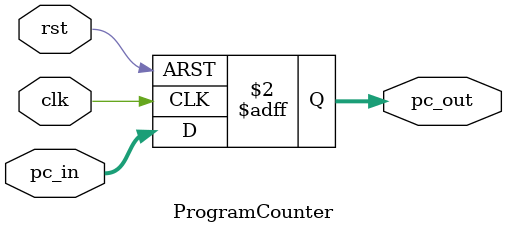
<source format=v>
module Adder (
    input wire [31:0] addr_in,  // Endereço de entrada
    input wire [31:0] offset,   // Offset (para branch ou +4)
    output wire [31:0] addr_out // Endereço resultante
);
    assign addr_out = addr_in + offset;
endmodule

module ProgramCounter (
    input wire clk,          // Clock
    input wire rst,          // Reset
    input wire [31:0] pc_in, // Endereço de entrada
    output reg [31:0] pc_out // Endereço atual
);
    always @(posedge clk or posedge rst) begin
        if (rst)
            pc_out <= 32'b0;    // Reseta para 0
        else
            pc_out <= pc_in;    // Atualiza com pc_in
    end
endmodule
</source>
